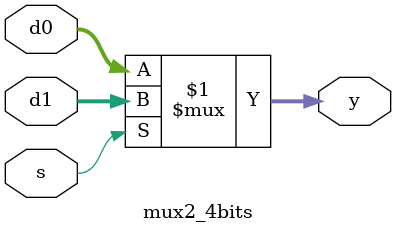
<source format=v>
module mux2_4bits(d0, d1, s, y);

        input [4:0] d0, d1;

        input s;

        output [4:0] y;

        assign y = s ? d1 : d0; // if s=1, y=d1, else y=d0

endmodule
</source>
